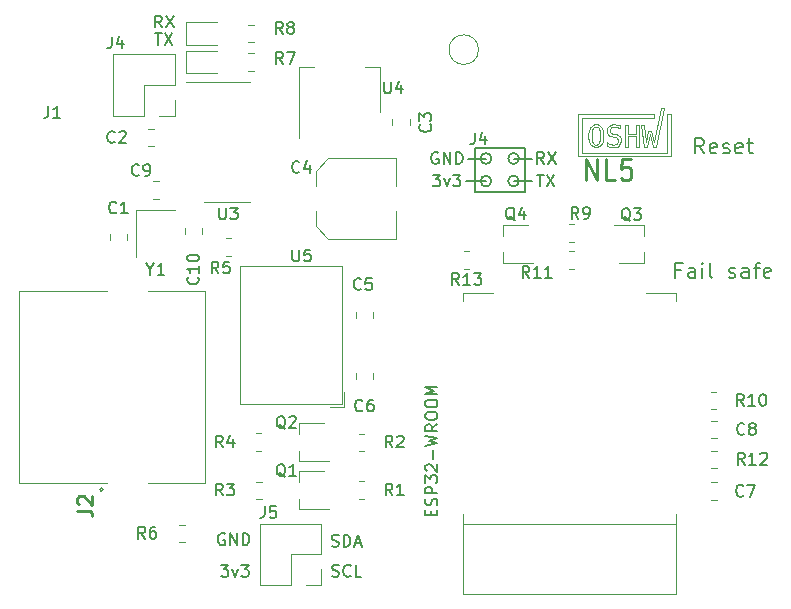
<source format=gto>
G04 #@! TF.GenerationSoftware,KiCad,Pcbnew,(6.0.8-1)-1*
G04 #@! TF.CreationDate,2022-12-08T10:34:48+01:00*
G04 #@! TF.ProjectId,ithowifi_4l,6974686f-7769-4666-995f-346c2e6b6963,rev?*
G04 #@! TF.SameCoordinates,Original*
G04 #@! TF.FileFunction,Legend,Top*
G04 #@! TF.FilePolarity,Positive*
%FSLAX46Y46*%
G04 Gerber Fmt 4.6, Leading zero omitted, Abs format (unit mm)*
G04 Created by KiCad (PCBNEW (6.0.8-1)-1) date 2022-12-08 10:34:48*
%MOMM*%
%LPD*%
G01*
G04 APERTURE LIST*
%ADD10C,0.150000*%
%ADD11C,0.120000*%
%ADD12C,0.223242*%
%ADD13C,0.254000*%
%ADD14C,0.100000*%
%ADD15C,0.200000*%
G04 APERTURE END LIST*
D10*
X90043000Y-118364000D02*
X90043000Y-118491000D01*
X91389905Y-119253000D02*
G75*
G03*
X91389905Y-119253000I-457905J0D01*
G01*
X93726000Y-121158000D02*
G75*
G03*
X93726000Y-121158000I-457905J0D01*
G01*
X93726000Y-119253000D02*
G75*
G03*
X93726000Y-119253000I-457905J0D01*
G01*
D11*
X99651693Y-116889581D02*
X99740710Y-116629383D01*
X102694384Y-116385188D02*
X102694384Y-116385188D01*
X101214941Y-118170605D02*
X101192894Y-118161511D01*
X100232672Y-116554961D02*
X100191605Y-116554961D01*
X104816910Y-117136774D02*
X104566364Y-118237000D01*
X100164321Y-116351558D02*
X100232672Y-116351558D01*
X99972500Y-117923361D02*
X100068964Y-118025621D01*
X102358713Y-117731286D02*
X102358713Y-117789401D01*
X100569740Y-117662655D02*
X100590964Y-117400273D01*
X99875487Y-117225267D02*
X99875487Y-117312897D01*
X101486960Y-117058542D02*
X101697805Y-117148356D01*
X99076500Y-115791031D02*
X105179825Y-115791031D01*
X102222285Y-118111067D02*
X102195000Y-118134232D01*
X100673372Y-118074389D02*
X100506078Y-118213327D01*
X101456917Y-118244722D02*
X101434869Y-118240048D01*
X101266477Y-117195499D02*
X101198405Y-117076982D01*
X102119211Y-117694050D02*
X102058297Y-117547187D01*
X101437902Y-117318130D02*
X101305339Y-117234919D01*
X100814205Y-117735147D02*
X100724629Y-117995040D01*
X104685389Y-116893696D02*
X104946907Y-116893696D01*
X100520683Y-116758923D02*
X100506626Y-116729967D01*
X101475667Y-117047772D02*
X101486960Y-117058542D01*
X102195000Y-118134232D02*
X102167715Y-118157346D01*
X102119211Y-117747237D02*
X102119211Y-117694050D01*
X101617602Y-117381528D02*
X101437902Y-117318130D01*
X103883917Y-118237000D02*
X103632000Y-118237000D01*
X101718750Y-118273119D02*
X101653157Y-118273119D01*
X99896153Y-116963139D02*
X99875487Y-117225267D01*
X100396385Y-118025875D02*
X100492570Y-117924733D01*
X100301023Y-118272865D02*
X100232672Y-118272865D01*
X104474569Y-117888360D02*
X104685389Y-116893696D01*
X100506078Y-116411096D02*
X100673372Y-116550034D01*
X101762296Y-116555266D02*
X101633309Y-116576196D01*
X100699006Y-116589709D02*
X100724629Y-116629383D01*
X101659766Y-118069716D02*
X101718750Y-118069716D01*
X100724629Y-116629383D02*
X100814205Y-116889581D01*
X102013928Y-117985388D02*
X102031292Y-117971062D01*
X100492570Y-116700757D02*
X100396385Y-116598548D01*
X101169460Y-116842997D02*
X101210806Y-116675713D01*
X100191605Y-116554961D02*
X100068964Y-116598548D01*
X99740710Y-117996107D02*
X99651693Y-117736519D01*
X100569740Y-116963139D02*
X100520683Y-116758923D01*
X100506078Y-118213327D02*
X100301023Y-118272865D01*
X101728671Y-117155824D02*
X101860136Y-117185593D01*
X101169460Y-116898928D02*
X101169460Y-116842997D01*
X101835605Y-116352117D02*
X101984160Y-116372793D01*
X101887421Y-118048481D02*
X101996286Y-117999459D01*
X101994081Y-118238372D02*
X101787371Y-118273119D01*
X103632000Y-117144241D02*
X103632000Y-116385188D01*
X101434321Y-116734692D02*
X101408687Y-116828926D01*
X101363490Y-116476983D02*
X101530231Y-116389353D01*
X102058297Y-117547187D02*
X102046171Y-117535046D01*
X100590964Y-117225267D02*
X100569740Y-116963139D01*
X100164046Y-118272865D02*
X99958997Y-118213327D01*
X106250029Y-118757639D02*
X99076500Y-118757639D01*
X99958444Y-117894456D02*
X99972500Y-117923361D01*
X102252053Y-116448586D02*
X102252053Y-116702993D01*
X100590964Y-117312897D02*
X100590964Y-117312897D01*
X101478694Y-118249395D02*
X101456917Y-118244722D01*
X100396385Y-116598548D02*
X100273464Y-116554961D01*
X102946301Y-118237000D02*
X102694384Y-118237000D01*
X99896153Y-117661538D02*
X99944382Y-117865246D01*
X105305504Y-118237000D02*
X105068471Y-118237000D01*
X103632000Y-118237000D02*
X103632000Y-117355061D01*
X102022747Y-116592452D02*
X102003723Y-116586153D01*
X102031292Y-117971062D02*
X102092750Y-117882873D01*
X102328944Y-117530372D02*
X102358713Y-117680842D01*
D10*
X90932000Y-119253000D02*
X89408000Y-119253000D01*
D11*
X102946301Y-117144241D02*
X103632000Y-117144241D01*
X102092750Y-117882873D02*
X102119211Y-117781172D01*
X100520683Y-117866617D02*
X100569740Y-117662655D01*
X100232672Y-118272865D02*
X100164046Y-118272865D01*
X101633309Y-116576196D02*
X101528859Y-116624456D01*
X99958997Y-118213327D02*
X99791703Y-118075253D01*
X101286046Y-117215361D02*
X101266477Y-117195499D01*
X101408687Y-116860371D02*
X101408687Y-116907209D01*
X105179825Y-115473531D02*
X98759000Y-115473531D01*
X104297073Y-116385188D02*
X104474569Y-117888360D01*
X105179825Y-115791031D02*
X105179825Y-115473531D01*
X105068471Y-118237000D02*
X104816910Y-117136774D01*
X104329281Y-118237000D02*
X104052878Y-116385188D01*
X99651693Y-117736519D02*
X99613654Y-117418714D01*
X102003997Y-116376958D02*
X102023570Y-116380819D01*
X100273464Y-116554961D02*
X100232672Y-116554961D01*
X100852788Y-117312897D02*
X100852788Y-117312897D01*
X102085033Y-117263571D02*
X102219800Y-117354807D01*
X105761079Y-115009371D02*
X106005274Y-115009371D01*
X101792059Y-116555266D02*
X101762296Y-116555266D01*
X99791703Y-118075253D02*
X99766343Y-118035832D01*
X101528859Y-116624456D02*
X101511770Y-116638477D01*
X100724629Y-117995040D02*
X100699006Y-118034715D01*
X100590964Y-117312897D02*
X100590964Y-117225267D01*
X101464364Y-117037003D02*
X101475667Y-117047772D01*
X101408687Y-116907209D02*
X101464364Y-117037003D01*
X100232672Y-116351558D02*
X100301023Y-116351558D01*
D10*
X90043000Y-118491000D02*
X90043000Y-122047000D01*
D11*
X101408687Y-116828926D02*
X101408687Y-116860371D01*
D10*
X91389905Y-121158000D02*
G75*
G03*
X91389905Y-121158000I-457905J0D01*
G01*
D11*
X101946954Y-117470276D02*
X101824033Y-117428925D01*
X106256633Y-115473531D02*
X106250029Y-118757639D01*
X101824033Y-117428925D02*
X101794264Y-117422321D01*
X102167715Y-118157346D02*
X101994081Y-118238372D01*
X106005274Y-115009371D02*
X105305504Y-118237000D01*
X103632000Y-116385188D02*
X103883917Y-116385188D01*
X101779659Y-116352117D02*
X101835605Y-116352117D01*
X100492570Y-117924733D02*
X100506626Y-117895827D01*
X102023570Y-116380819D02*
X102230280Y-116440611D01*
X103883917Y-116385188D02*
X103883917Y-118237000D01*
X104052878Y-116385188D02*
X104052878Y-116385188D01*
X100852788Y-117207081D02*
X100852788Y-117312897D01*
X102239648Y-117376550D02*
X102259490Y-117398089D01*
X102219800Y-117354807D02*
X102239648Y-117376550D01*
X99875487Y-117312897D02*
X99875487Y-117400019D01*
X101434869Y-118240048D02*
X101214941Y-118170605D01*
X106567529Y-115473531D02*
X106256633Y-115473531D01*
X101483104Y-118034461D02*
X101659766Y-118069716D01*
X101811353Y-116555266D02*
X101792059Y-116555266D01*
X101335657Y-116502079D02*
X101363490Y-116476983D01*
X100068964Y-116598548D02*
X99972500Y-116700757D01*
X101996286Y-117999459D02*
X102013928Y-117985388D01*
X99766343Y-118035832D02*
X99740710Y-117996107D01*
X100068964Y-118025621D02*
X100191605Y-118069462D01*
X100506626Y-117895827D02*
X100520683Y-117866617D01*
X101461885Y-118027552D02*
X101483104Y-118034461D01*
X99613654Y-117312897D02*
X99613654Y-117207081D01*
X101511770Y-116638477D02*
X101494407Y-116651989D01*
X101198405Y-117076982D02*
X101169460Y-116943327D01*
X102946301Y-116385188D02*
X102946301Y-117144241D01*
X101718750Y-118069716D02*
X101760914Y-118069716D01*
D10*
X94234000Y-122047000D02*
X94234000Y-118364000D01*
D11*
X101307819Y-116526869D02*
X101335657Y-116502079D01*
X98759000Y-119075139D02*
X106567529Y-119075139D01*
X100273464Y-118069462D02*
X100396385Y-118025875D01*
X99076500Y-118757639D02*
X99076500Y-115791031D01*
X101530231Y-116389353D02*
X101717094Y-116352117D01*
X99613654Y-117207081D02*
X99651693Y-116889581D01*
X100814205Y-116889581D02*
X100852788Y-117207081D01*
X101494407Y-116651989D02*
X101434321Y-116734692D01*
X101653157Y-118273119D02*
X101478694Y-118249395D01*
X98759000Y-115473531D02*
X98759000Y-115473531D01*
X102003723Y-116586153D02*
X101811353Y-116555266D01*
X102694384Y-118237000D02*
X102694384Y-116385188D01*
X101440661Y-118020389D02*
X101461885Y-118027552D01*
X101697805Y-117148356D02*
X101728671Y-117155824D01*
X99958444Y-116729967D02*
X99944382Y-116758923D01*
X102946301Y-117355061D02*
X102946301Y-118237000D01*
X101984160Y-116372793D02*
X102003997Y-116376958D01*
X102259490Y-117398089D02*
X102328944Y-117530372D01*
X99740710Y-116629383D02*
X99766343Y-116589709D01*
X99959820Y-116411096D02*
X100164321Y-116351558D01*
X99875487Y-117400019D02*
X99896153Y-117661538D01*
X104566364Y-118237000D02*
X104329281Y-118237000D01*
D10*
X94234000Y-118364000D02*
X90043000Y-118364000D01*
D11*
X101169460Y-116943327D02*
X101169460Y-116898928D01*
X101210806Y-116675713D02*
X101307819Y-116526869D01*
X102230280Y-116440611D02*
X102252053Y-116448891D01*
X100191605Y-118069462D02*
X100232672Y-118069462D01*
X101660599Y-117391180D02*
X101617602Y-117381528D01*
X102358713Y-117680842D02*
X102358713Y-117731286D01*
D10*
X93268095Y-121158000D02*
X94869000Y-121158000D01*
D11*
X99766343Y-116589709D02*
X99791977Y-116550034D01*
X101192894Y-118161511D02*
X101192894Y-117894964D01*
X101903408Y-117195499D02*
X102085033Y-117263571D01*
X102252053Y-116702993D02*
X102233029Y-116690597D01*
X103632000Y-117355061D02*
X102946301Y-117355061D01*
X99791977Y-116550034D02*
X99959820Y-116411096D01*
X100301023Y-116351558D02*
X100506078Y-116411096D01*
X98759000Y-115473531D02*
X98759000Y-119075139D01*
X100852788Y-117418460D02*
X100814205Y-117735147D01*
X99944382Y-116758923D02*
X99896153Y-116963139D01*
D10*
X90932000Y-121158000D02*
X89281000Y-121158000D01*
D11*
X102034040Y-117522651D02*
X101946954Y-117470276D01*
X102041762Y-116598548D02*
X102022747Y-116592452D01*
X101305339Y-117234919D02*
X101286046Y-117215361D01*
X102358713Y-117789401D02*
X102317646Y-117963899D01*
X101717094Y-116352117D02*
X101779659Y-116352117D01*
X101216592Y-117909848D02*
X101440661Y-118020389D01*
X102046171Y-117535046D02*
X102034040Y-117522651D01*
X101787371Y-118273119D02*
X101718750Y-118273119D01*
X104052878Y-116385188D02*
X104297073Y-116385188D01*
X102694384Y-116385188D02*
X102946301Y-116385188D01*
X106567529Y-119075139D02*
X106567529Y-115473531D01*
X104946907Y-116893696D02*
X105160267Y-117890849D01*
X100673372Y-116550034D02*
X100699006Y-116589709D01*
D10*
X93268095Y-119253000D02*
X94869000Y-119253000D01*
D11*
X102233029Y-116690597D02*
X102041762Y-116598548D01*
X99613654Y-117418714D02*
X99613654Y-117312897D01*
X100699006Y-118034715D02*
X100673372Y-118074389D01*
X102317646Y-117963899D02*
X102222285Y-118111067D01*
X101794264Y-117422321D02*
X101660599Y-117391180D01*
X100852788Y-117312897D02*
X100852788Y-117418460D01*
D10*
X90043000Y-122047000D02*
X94234000Y-122047000D01*
D11*
X102252053Y-116448891D02*
X102252053Y-116448586D01*
X101760914Y-118069716D02*
X101887421Y-118048481D01*
X101192894Y-117894964D02*
X101216592Y-117909848D01*
X99972500Y-116700757D02*
X99958444Y-116729967D01*
X105160267Y-117890849D02*
X105761079Y-115009371D01*
X101860136Y-117185593D02*
X101903408Y-117195499D01*
X99944382Y-117865246D02*
X99958444Y-117894456D01*
X100232672Y-118069462D02*
X100273464Y-118069462D01*
X102119211Y-117781172D02*
X102119211Y-117747237D01*
X100590964Y-117400273D02*
X100590964Y-117312897D01*
X100506626Y-116729967D02*
X100492570Y-116700757D01*
D10*
X77905123Y-154608161D02*
X78047980Y-154655780D01*
X78286076Y-154655780D01*
X78381314Y-154608161D01*
X78428933Y-154560542D01*
X78476552Y-154465304D01*
X78476552Y-154370066D01*
X78428933Y-154274828D01*
X78381314Y-154227209D01*
X78286076Y-154179590D01*
X78095600Y-154131971D01*
X78000361Y-154084352D01*
X77952742Y-154036733D01*
X77905123Y-153941495D01*
X77905123Y-153846257D01*
X77952742Y-153751019D01*
X78000361Y-153703400D01*
X78095600Y-153655780D01*
X78333695Y-153655780D01*
X78476552Y-153703400D01*
X79476552Y-154560542D02*
X79428933Y-154608161D01*
X79286076Y-154655780D01*
X79190838Y-154655780D01*
X79047980Y-154608161D01*
X78952742Y-154512923D01*
X78905123Y-154417685D01*
X78857504Y-154227209D01*
X78857504Y-154084352D01*
X78905123Y-153893876D01*
X78952742Y-153798638D01*
X79047980Y-153703400D01*
X79190838Y-153655780D01*
X79286076Y-153655780D01*
X79428933Y-153703400D01*
X79476552Y-153751019D01*
X80381314Y-154655780D02*
X79905123Y-154655780D01*
X79905123Y-153655780D01*
X77881314Y-152068161D02*
X78024171Y-152115780D01*
X78262266Y-152115780D01*
X78357504Y-152068161D01*
X78405123Y-152020542D01*
X78452742Y-151925304D01*
X78452742Y-151830066D01*
X78405123Y-151734828D01*
X78357504Y-151687209D01*
X78262266Y-151639590D01*
X78071790Y-151591971D01*
X77976552Y-151544352D01*
X77928933Y-151496733D01*
X77881314Y-151401495D01*
X77881314Y-151306257D01*
X77928933Y-151211019D01*
X77976552Y-151163400D01*
X78071790Y-151115780D01*
X78309885Y-151115780D01*
X78452742Y-151163400D01*
X78881314Y-152115780D02*
X78881314Y-151115780D01*
X79119409Y-151115780D01*
X79262266Y-151163400D01*
X79357504Y-151258638D01*
X79405123Y-151353876D01*
X79452742Y-151544352D01*
X79452742Y-151687209D01*
X79405123Y-151877685D01*
X79357504Y-151972923D01*
X79262266Y-152068161D01*
X79119409Y-152115780D01*
X78881314Y-152115780D01*
X79833695Y-151830066D02*
X80309885Y-151830066D01*
X79738457Y-152115780D02*
X80071790Y-151115780D01*
X80405123Y-152115780D01*
X68808695Y-151036400D02*
X68713457Y-150988780D01*
X68570600Y-150988780D01*
X68427742Y-151036400D01*
X68332504Y-151131638D01*
X68284885Y-151226876D01*
X68237266Y-151417352D01*
X68237266Y-151560209D01*
X68284885Y-151750685D01*
X68332504Y-151845923D01*
X68427742Y-151941161D01*
X68570600Y-151988780D01*
X68665838Y-151988780D01*
X68808695Y-151941161D01*
X68856314Y-151893542D01*
X68856314Y-151560209D01*
X68665838Y-151560209D01*
X69284885Y-151988780D02*
X69284885Y-150988780D01*
X69856314Y-151988780D01*
X69856314Y-150988780D01*
X70332504Y-151988780D02*
X70332504Y-150988780D01*
X70570600Y-150988780D01*
X70713457Y-151036400D01*
X70808695Y-151131638D01*
X70856314Y-151226876D01*
X70903933Y-151417352D01*
X70903933Y-151560209D01*
X70856314Y-151750685D01*
X70808695Y-151845923D01*
X70713457Y-151941161D01*
X70570600Y-151988780D01*
X70332504Y-151988780D01*
X68507123Y-153655780D02*
X69126171Y-153655780D01*
X68792838Y-154036733D01*
X68935695Y-154036733D01*
X69030933Y-154084352D01*
X69078552Y-154131971D01*
X69126171Y-154227209D01*
X69126171Y-154465304D01*
X69078552Y-154560542D01*
X69030933Y-154608161D01*
X68935695Y-154655780D01*
X68649980Y-154655780D01*
X68554742Y-154608161D01*
X68507123Y-154560542D01*
X69459504Y-153989114D02*
X69697600Y-154655780D01*
X69935695Y-153989114D01*
X70221409Y-153655780D02*
X70840457Y-153655780D01*
X70507123Y-154036733D01*
X70649980Y-154036733D01*
X70745219Y-154084352D01*
X70792838Y-154131971D01*
X70840457Y-154227209D01*
X70840457Y-154465304D01*
X70792838Y-154560542D01*
X70745219Y-154608161D01*
X70649980Y-154655780D01*
X70364266Y-154655780D01*
X70269028Y-154608161D01*
X70221409Y-154560542D01*
X86868095Y-118753000D02*
X86772857Y-118705380D01*
X86630000Y-118705380D01*
X86487142Y-118753000D01*
X86391904Y-118848238D01*
X86344285Y-118943476D01*
X86296666Y-119133952D01*
X86296666Y-119276809D01*
X86344285Y-119467285D01*
X86391904Y-119562523D01*
X86487142Y-119657761D01*
X86630000Y-119705380D01*
X86725238Y-119705380D01*
X86868095Y-119657761D01*
X86915714Y-119610142D01*
X86915714Y-119276809D01*
X86725238Y-119276809D01*
X87344285Y-119705380D02*
X87344285Y-118705380D01*
X87915714Y-119705380D01*
X87915714Y-118705380D01*
X88391904Y-119705380D02*
X88391904Y-118705380D01*
X88630000Y-118705380D01*
X88772857Y-118753000D01*
X88868095Y-118848238D01*
X88915714Y-118943476D01*
X88963333Y-119133952D01*
X88963333Y-119276809D01*
X88915714Y-119467285D01*
X88868095Y-119562523D01*
X88772857Y-119657761D01*
X88630000Y-119705380D01*
X88391904Y-119705380D01*
X86439523Y-120610380D02*
X87058571Y-120610380D01*
X86725238Y-120991333D01*
X86868095Y-120991333D01*
X86963333Y-121038952D01*
X87010952Y-121086571D01*
X87058571Y-121181809D01*
X87058571Y-121419904D01*
X87010952Y-121515142D01*
X86963333Y-121562761D01*
X86868095Y-121610380D01*
X86582380Y-121610380D01*
X86487142Y-121562761D01*
X86439523Y-121515142D01*
X87391904Y-120943714D02*
X87630000Y-121610380D01*
X87868095Y-120943714D01*
X88153809Y-120610380D02*
X88772857Y-120610380D01*
X88439523Y-120991333D01*
X88582380Y-120991333D01*
X88677619Y-121038952D01*
X88725238Y-121086571D01*
X88772857Y-121181809D01*
X88772857Y-121419904D01*
X88725238Y-121515142D01*
X88677619Y-121562761D01*
X88582380Y-121610380D01*
X88296666Y-121610380D01*
X88201428Y-121562761D01*
X88153809Y-121515142D01*
X95845333Y-119705380D02*
X95512000Y-119229190D01*
X95273904Y-119705380D02*
X95273904Y-118705380D01*
X95654857Y-118705380D01*
X95750095Y-118753000D01*
X95797714Y-118800619D01*
X95845333Y-118895857D01*
X95845333Y-119038714D01*
X95797714Y-119133952D01*
X95750095Y-119181571D01*
X95654857Y-119229190D01*
X95273904Y-119229190D01*
X96178666Y-118705380D02*
X96845333Y-119705380D01*
X96845333Y-118705380D02*
X96178666Y-119705380D01*
X95250095Y-120610380D02*
X95821523Y-120610380D01*
X95535809Y-121610380D02*
X95535809Y-120610380D01*
X96059619Y-120610380D02*
X96726285Y-121610380D01*
X96726285Y-120610380D02*
X96059619Y-121610380D01*
X89963666Y-117054380D02*
X89963666Y-117768666D01*
X89916047Y-117911523D01*
X89820809Y-118006761D01*
X89677952Y-118054380D01*
X89582714Y-118054380D01*
X90868428Y-117387714D02*
X90868428Y-118054380D01*
X90630333Y-117006761D02*
X90392238Y-117721047D01*
X91011285Y-117721047D01*
D12*
X99427132Y-121050837D02*
X99427132Y-119264897D01*
X100345616Y-121050837D01*
X100345616Y-119264897D01*
X101876421Y-121050837D02*
X101111019Y-121050837D01*
X101111019Y-119264897D01*
X103177606Y-119264897D02*
X102412203Y-119264897D01*
X102335663Y-120115344D01*
X102412203Y-120030300D01*
X102565284Y-119945255D01*
X102947985Y-119945255D01*
X103101066Y-120030300D01*
X103177606Y-120115344D01*
X103254147Y-120285434D01*
X103254147Y-120710658D01*
X103177606Y-120880747D01*
X103101066Y-120965792D01*
X102947985Y-121050837D01*
X102565284Y-121050837D01*
X102412203Y-120965792D01*
X102335663Y-120880747D01*
D10*
X86288571Y-149470380D02*
X86288571Y-149137047D01*
X86812380Y-148994190D02*
X86812380Y-149470380D01*
X85812380Y-149470380D01*
X85812380Y-148994190D01*
X86764761Y-148613238D02*
X86812380Y-148470380D01*
X86812380Y-148232285D01*
X86764761Y-148137047D01*
X86717142Y-148089428D01*
X86621904Y-148041809D01*
X86526666Y-148041809D01*
X86431428Y-148089428D01*
X86383809Y-148137047D01*
X86336190Y-148232285D01*
X86288571Y-148422761D01*
X86240952Y-148518000D01*
X86193333Y-148565619D01*
X86098095Y-148613238D01*
X86002857Y-148613238D01*
X85907619Y-148565619D01*
X85860000Y-148518000D01*
X85812380Y-148422761D01*
X85812380Y-148184666D01*
X85860000Y-148041809D01*
X86812380Y-147613238D02*
X85812380Y-147613238D01*
X85812380Y-147232285D01*
X85860000Y-147137047D01*
X85907619Y-147089428D01*
X86002857Y-147041809D01*
X86145714Y-147041809D01*
X86240952Y-147089428D01*
X86288571Y-147137047D01*
X86336190Y-147232285D01*
X86336190Y-147613238D01*
X85812380Y-146708476D02*
X85812380Y-146089428D01*
X86193333Y-146422761D01*
X86193333Y-146279904D01*
X86240952Y-146184666D01*
X86288571Y-146137047D01*
X86383809Y-146089428D01*
X86621904Y-146089428D01*
X86717142Y-146137047D01*
X86764761Y-146184666D01*
X86812380Y-146279904D01*
X86812380Y-146565619D01*
X86764761Y-146660857D01*
X86717142Y-146708476D01*
X85907619Y-145708476D02*
X85860000Y-145660857D01*
X85812380Y-145565619D01*
X85812380Y-145327523D01*
X85860000Y-145232285D01*
X85907619Y-145184666D01*
X86002857Y-145137047D01*
X86098095Y-145137047D01*
X86240952Y-145184666D01*
X86812380Y-145756095D01*
X86812380Y-145137047D01*
X86431428Y-144708476D02*
X86431428Y-143946571D01*
X85812380Y-143565619D02*
X86812380Y-143327523D01*
X86098095Y-143137047D01*
X86812380Y-142946571D01*
X85812380Y-142708476D01*
X86812380Y-141756095D02*
X86336190Y-142089428D01*
X86812380Y-142327523D02*
X85812380Y-142327523D01*
X85812380Y-141946571D01*
X85860000Y-141851333D01*
X85907619Y-141803714D01*
X86002857Y-141756095D01*
X86145714Y-141756095D01*
X86240952Y-141803714D01*
X86288571Y-141851333D01*
X86336190Y-141946571D01*
X86336190Y-142327523D01*
X85812380Y-141137047D02*
X85812380Y-140946571D01*
X85860000Y-140851333D01*
X85955238Y-140756095D01*
X86145714Y-140708476D01*
X86479047Y-140708476D01*
X86669523Y-140756095D01*
X86764761Y-140851333D01*
X86812380Y-140946571D01*
X86812380Y-141137047D01*
X86764761Y-141232285D01*
X86669523Y-141327523D01*
X86479047Y-141375142D01*
X86145714Y-141375142D01*
X85955238Y-141327523D01*
X85860000Y-141232285D01*
X85812380Y-141137047D01*
X85812380Y-140089428D02*
X85812380Y-139898952D01*
X85860000Y-139803714D01*
X85955238Y-139708476D01*
X86145714Y-139660857D01*
X86479047Y-139660857D01*
X86669523Y-139708476D01*
X86764761Y-139803714D01*
X86812380Y-139898952D01*
X86812380Y-140089428D01*
X86764761Y-140184666D01*
X86669523Y-140279904D01*
X86479047Y-140327523D01*
X86145714Y-140327523D01*
X85955238Y-140279904D01*
X85860000Y-140184666D01*
X85812380Y-140089428D01*
X86812380Y-139232285D02*
X85812380Y-139232285D01*
X86526666Y-138898952D01*
X85812380Y-138565619D01*
X86812380Y-138565619D01*
X112751142Y-140186380D02*
X112417809Y-139710190D01*
X112179714Y-140186380D02*
X112179714Y-139186380D01*
X112560666Y-139186380D01*
X112655904Y-139234000D01*
X112703523Y-139281619D01*
X112751142Y-139376857D01*
X112751142Y-139519714D01*
X112703523Y-139614952D01*
X112655904Y-139662571D01*
X112560666Y-139710190D01*
X112179714Y-139710190D01*
X113703523Y-140186380D02*
X113132095Y-140186380D01*
X113417809Y-140186380D02*
X113417809Y-139186380D01*
X113322571Y-139329238D01*
X113227333Y-139424476D01*
X113132095Y-139472095D01*
X114322571Y-139186380D02*
X114417809Y-139186380D01*
X114513047Y-139234000D01*
X114560666Y-139281619D01*
X114608285Y-139376857D01*
X114655904Y-139567333D01*
X114655904Y-139805428D01*
X114608285Y-139995904D01*
X114560666Y-140091142D01*
X114513047Y-140138761D01*
X114417809Y-140186380D01*
X114322571Y-140186380D01*
X114227333Y-140138761D01*
X114179714Y-140091142D01*
X114132095Y-139995904D01*
X114084476Y-139805428D01*
X114084476Y-139567333D01*
X114132095Y-139376857D01*
X114179714Y-139281619D01*
X114227333Y-139234000D01*
X114322571Y-139186380D01*
X72183666Y-148677380D02*
X72183666Y-149391666D01*
X72136047Y-149534523D01*
X72040809Y-149629761D01*
X71897952Y-149677380D01*
X71802714Y-149677380D01*
X73136047Y-148677380D02*
X72659857Y-148677380D01*
X72612238Y-149153571D01*
X72659857Y-149105952D01*
X72755095Y-149058333D01*
X72993190Y-149058333D01*
X73088428Y-149105952D01*
X73136047Y-149153571D01*
X73183666Y-149248809D01*
X73183666Y-149486904D01*
X73136047Y-149582142D01*
X73088428Y-149629761D01*
X72993190Y-149677380D01*
X72755095Y-149677380D01*
X72659857Y-149629761D01*
X72612238Y-149582142D01*
X80351333Y-130278142D02*
X80303714Y-130325761D01*
X80160857Y-130373380D01*
X80065619Y-130373380D01*
X79922761Y-130325761D01*
X79827523Y-130230523D01*
X79779904Y-130135285D01*
X79732285Y-129944809D01*
X79732285Y-129801952D01*
X79779904Y-129611476D01*
X79827523Y-129516238D01*
X79922761Y-129421000D01*
X80065619Y-129373380D01*
X80160857Y-129373380D01*
X80303714Y-129421000D01*
X80351333Y-129468619D01*
X81256095Y-129373380D02*
X80779904Y-129373380D01*
X80732285Y-129849571D01*
X80779904Y-129801952D01*
X80875142Y-129754333D01*
X81113238Y-129754333D01*
X81208476Y-129801952D01*
X81256095Y-129849571D01*
X81303714Y-129944809D01*
X81303714Y-130182904D01*
X81256095Y-130278142D01*
X81208476Y-130325761D01*
X81113238Y-130373380D01*
X80875142Y-130373380D01*
X80779904Y-130325761D01*
X80732285Y-130278142D01*
X112831642Y-145168880D02*
X112498309Y-144692690D01*
X112260214Y-145168880D02*
X112260214Y-144168880D01*
X112641166Y-144168880D01*
X112736404Y-144216500D01*
X112784023Y-144264119D01*
X112831642Y-144359357D01*
X112831642Y-144502214D01*
X112784023Y-144597452D01*
X112736404Y-144645071D01*
X112641166Y-144692690D01*
X112260214Y-144692690D01*
X113784023Y-145168880D02*
X113212595Y-145168880D01*
X113498309Y-145168880D02*
X113498309Y-144168880D01*
X113403071Y-144311738D01*
X113307833Y-144406976D01*
X113212595Y-144454595D01*
X114164976Y-144264119D02*
X114212595Y-144216500D01*
X114307833Y-144168880D01*
X114545928Y-144168880D01*
X114641166Y-144216500D01*
X114688785Y-144264119D01*
X114736404Y-144359357D01*
X114736404Y-144454595D01*
X114688785Y-144597452D01*
X114117357Y-145168880D01*
X114736404Y-145168880D01*
X88644642Y-129957380D02*
X88311309Y-129481190D01*
X88073214Y-129957380D02*
X88073214Y-128957380D01*
X88454166Y-128957380D01*
X88549404Y-129005000D01*
X88597023Y-129052619D01*
X88644642Y-129147857D01*
X88644642Y-129290714D01*
X88597023Y-129385952D01*
X88549404Y-129433571D01*
X88454166Y-129481190D01*
X88073214Y-129481190D01*
X89597023Y-129957380D02*
X89025595Y-129957380D01*
X89311309Y-129957380D02*
X89311309Y-128957380D01*
X89216071Y-129100238D01*
X89120833Y-129195476D01*
X89025595Y-129243095D01*
X89930357Y-128957380D02*
X90549404Y-128957380D01*
X90216071Y-129338333D01*
X90358928Y-129338333D01*
X90454166Y-129385952D01*
X90501785Y-129433571D01*
X90549404Y-129528809D01*
X90549404Y-129766904D01*
X90501785Y-129862142D01*
X90454166Y-129909761D01*
X90358928Y-129957380D01*
X90073214Y-129957380D01*
X89977976Y-129909761D01*
X89930357Y-129862142D01*
X53870266Y-114793780D02*
X53870266Y-115508066D01*
X53822647Y-115650923D01*
X53727409Y-115746161D01*
X53584552Y-115793780D01*
X53489314Y-115793780D01*
X54870266Y-115793780D02*
X54298838Y-115793780D01*
X54584552Y-115793780D02*
X54584552Y-114793780D01*
X54489314Y-114936638D01*
X54394076Y-115031876D01*
X54298838Y-115079495D01*
X112719333Y-147774642D02*
X112671714Y-147822261D01*
X112528857Y-147869880D01*
X112433619Y-147869880D01*
X112290761Y-147822261D01*
X112195523Y-147727023D01*
X112147904Y-147631785D01*
X112100285Y-147441309D01*
X112100285Y-147298452D01*
X112147904Y-147107976D01*
X112195523Y-147012738D01*
X112290761Y-146917500D01*
X112433619Y-146869880D01*
X112528857Y-146869880D01*
X112671714Y-146917500D01*
X112719333Y-146965119D01*
X113052666Y-146869880D02*
X113719333Y-146869880D01*
X113290761Y-147869880D01*
X73945761Y-142152619D02*
X73850523Y-142105000D01*
X73755285Y-142009761D01*
X73612428Y-141866904D01*
X73517190Y-141819285D01*
X73421952Y-141819285D01*
X73469571Y-142057380D02*
X73374333Y-142009761D01*
X73279095Y-141914523D01*
X73231476Y-141724047D01*
X73231476Y-141390714D01*
X73279095Y-141200238D01*
X73374333Y-141105000D01*
X73469571Y-141057380D01*
X73660047Y-141057380D01*
X73755285Y-141105000D01*
X73850523Y-141200238D01*
X73898142Y-141390714D01*
X73898142Y-141724047D01*
X73850523Y-141914523D01*
X73755285Y-142009761D01*
X73660047Y-142057380D01*
X73469571Y-142057380D01*
X74279095Y-141152619D02*
X74326714Y-141105000D01*
X74421952Y-141057380D01*
X74660047Y-141057380D01*
X74755285Y-141105000D01*
X74802904Y-141152619D01*
X74850523Y-141247857D01*
X74850523Y-141343095D01*
X74802904Y-141485952D01*
X74231476Y-142057380D01*
X74850523Y-142057380D01*
X73945761Y-146216619D02*
X73850523Y-146169000D01*
X73755285Y-146073761D01*
X73612428Y-145930904D01*
X73517190Y-145883285D01*
X73421952Y-145883285D01*
X73469571Y-146121380D02*
X73374333Y-146073761D01*
X73279095Y-145978523D01*
X73231476Y-145788047D01*
X73231476Y-145454714D01*
X73279095Y-145264238D01*
X73374333Y-145169000D01*
X73469571Y-145121380D01*
X73660047Y-145121380D01*
X73755285Y-145169000D01*
X73850523Y-145264238D01*
X73898142Y-145454714D01*
X73898142Y-145788047D01*
X73850523Y-145978523D01*
X73755285Y-146073761D01*
X73660047Y-146121380D01*
X73469571Y-146121380D01*
X74850523Y-146121380D02*
X74279095Y-146121380D01*
X74564809Y-146121380D02*
X74564809Y-145121380D01*
X74469571Y-145264238D01*
X74374333Y-145359476D01*
X74279095Y-145407095D01*
X83018333Y-147772380D02*
X82685000Y-147296190D01*
X82446904Y-147772380D02*
X82446904Y-146772380D01*
X82827857Y-146772380D01*
X82923095Y-146820000D01*
X82970714Y-146867619D01*
X83018333Y-146962857D01*
X83018333Y-147105714D01*
X82970714Y-147200952D01*
X82923095Y-147248571D01*
X82827857Y-147296190D01*
X82446904Y-147296190D01*
X83970714Y-147772380D02*
X83399285Y-147772380D01*
X83685000Y-147772380D02*
X83685000Y-146772380D01*
X83589761Y-146915238D01*
X83494523Y-147010476D01*
X83399285Y-147058095D01*
X83018333Y-143708380D02*
X82685000Y-143232190D01*
X82446904Y-143708380D02*
X82446904Y-142708380D01*
X82827857Y-142708380D01*
X82923095Y-142756000D01*
X82970714Y-142803619D01*
X83018333Y-142898857D01*
X83018333Y-143041714D01*
X82970714Y-143136952D01*
X82923095Y-143184571D01*
X82827857Y-143232190D01*
X82446904Y-143232190D01*
X83399285Y-142803619D02*
X83446904Y-142756000D01*
X83542142Y-142708380D01*
X83780238Y-142708380D01*
X83875476Y-142756000D01*
X83923095Y-142803619D01*
X83970714Y-142898857D01*
X83970714Y-142994095D01*
X83923095Y-143136952D01*
X83351666Y-143708380D01*
X83970714Y-143708380D01*
X68667333Y-147772380D02*
X68334000Y-147296190D01*
X68095904Y-147772380D02*
X68095904Y-146772380D01*
X68476857Y-146772380D01*
X68572095Y-146820000D01*
X68619714Y-146867619D01*
X68667333Y-146962857D01*
X68667333Y-147105714D01*
X68619714Y-147200952D01*
X68572095Y-147248571D01*
X68476857Y-147296190D01*
X68095904Y-147296190D01*
X69000666Y-146772380D02*
X69619714Y-146772380D01*
X69286380Y-147153333D01*
X69429238Y-147153333D01*
X69524476Y-147200952D01*
X69572095Y-147248571D01*
X69619714Y-147343809D01*
X69619714Y-147581904D01*
X69572095Y-147677142D01*
X69524476Y-147724761D01*
X69429238Y-147772380D01*
X69143523Y-147772380D01*
X69048285Y-147724761D01*
X69000666Y-147677142D01*
X68286333Y-128976380D02*
X67953000Y-128500190D01*
X67714904Y-128976380D02*
X67714904Y-127976380D01*
X68095857Y-127976380D01*
X68191095Y-128024000D01*
X68238714Y-128071619D01*
X68286333Y-128166857D01*
X68286333Y-128309714D01*
X68238714Y-128404952D01*
X68191095Y-128452571D01*
X68095857Y-128500190D01*
X67714904Y-128500190D01*
X69191095Y-127976380D02*
X68714904Y-127976380D01*
X68667285Y-128452571D01*
X68714904Y-128404952D01*
X68810142Y-128357333D01*
X69048238Y-128357333D01*
X69143476Y-128404952D01*
X69191095Y-128452571D01*
X69238714Y-128547809D01*
X69238714Y-128785904D01*
X69191095Y-128881142D01*
X69143476Y-128928761D01*
X69048238Y-128976380D01*
X68810142Y-128976380D01*
X68714904Y-128928761D01*
X68667285Y-128881142D01*
X82296095Y-112736380D02*
X82296095Y-113545904D01*
X82343714Y-113641142D01*
X82391333Y-113688761D01*
X82486571Y-113736380D01*
X82677047Y-113736380D01*
X82772285Y-113688761D01*
X82819904Y-113641142D01*
X82867523Y-113545904D01*
X82867523Y-112736380D01*
X83772285Y-113069714D02*
X83772285Y-113736380D01*
X83534190Y-112688761D02*
X83296095Y-113403047D01*
X83915142Y-113403047D01*
X62079633Y-151429980D02*
X61746300Y-150953790D01*
X61508204Y-151429980D02*
X61508204Y-150429980D01*
X61889157Y-150429980D01*
X61984395Y-150477600D01*
X62032014Y-150525219D01*
X62079633Y-150620457D01*
X62079633Y-150763314D01*
X62032014Y-150858552D01*
X61984395Y-150906171D01*
X61889157Y-150953790D01*
X61508204Y-150953790D01*
X62936776Y-150429980D02*
X62746300Y-150429980D01*
X62651061Y-150477600D01*
X62603442Y-150525219D01*
X62508204Y-150668076D01*
X62460585Y-150858552D01*
X62460585Y-151239504D01*
X62508204Y-151334742D01*
X62555823Y-151382361D01*
X62651061Y-151429980D01*
X62841538Y-151429980D01*
X62936776Y-151382361D01*
X62984395Y-151334742D01*
X63032014Y-151239504D01*
X63032014Y-151001409D01*
X62984395Y-150906171D01*
X62936776Y-150858552D01*
X62841538Y-150810933D01*
X62651061Y-150810933D01*
X62555823Y-150858552D01*
X62508204Y-150906171D01*
X62460585Y-151001409D01*
X74549095Y-126960380D02*
X74549095Y-127769904D01*
X74596714Y-127865142D01*
X74644333Y-127912761D01*
X74739571Y-127960380D01*
X74930047Y-127960380D01*
X75025285Y-127912761D01*
X75072904Y-127865142D01*
X75120523Y-127769904D01*
X75120523Y-126960380D01*
X76072904Y-126960380D02*
X75596714Y-126960380D01*
X75549095Y-127436571D01*
X75596714Y-127388952D01*
X75691952Y-127341333D01*
X75930047Y-127341333D01*
X76025285Y-127388952D01*
X76072904Y-127436571D01*
X76120523Y-127531809D01*
X76120523Y-127769904D01*
X76072904Y-127865142D01*
X76025285Y-127912761D01*
X75930047Y-127960380D01*
X75691952Y-127960380D01*
X75596714Y-127912761D01*
X75549095Y-127865142D01*
D13*
X56327523Y-149076833D02*
X57234666Y-149076833D01*
X57416095Y-149137309D01*
X57537047Y-149258261D01*
X57597523Y-149439690D01*
X57597523Y-149560642D01*
X56448476Y-148532547D02*
X56388000Y-148472071D01*
X56327523Y-148351119D01*
X56327523Y-148048738D01*
X56388000Y-147927785D01*
X56448476Y-147867309D01*
X56569428Y-147806833D01*
X56690380Y-147806833D01*
X56871809Y-147867309D01*
X57597523Y-148593023D01*
X57597523Y-147806833D01*
D10*
X68667333Y-143708380D02*
X68334000Y-143232190D01*
X68095904Y-143708380D02*
X68095904Y-142708380D01*
X68476857Y-142708380D01*
X68572095Y-142756000D01*
X68619714Y-142803619D01*
X68667333Y-142898857D01*
X68667333Y-143041714D01*
X68619714Y-143136952D01*
X68572095Y-143184571D01*
X68476857Y-143232190D01*
X68095904Y-143232190D01*
X69524476Y-143041714D02*
X69524476Y-143708380D01*
X69286380Y-142660761D02*
X69048285Y-143375047D01*
X69667333Y-143375047D01*
X80478333Y-140565142D02*
X80430714Y-140612761D01*
X80287857Y-140660380D01*
X80192619Y-140660380D01*
X80049761Y-140612761D01*
X79954523Y-140517523D01*
X79906904Y-140422285D01*
X79859285Y-140231809D01*
X79859285Y-140088952D01*
X79906904Y-139898476D01*
X79954523Y-139803238D01*
X80049761Y-139708000D01*
X80192619Y-139660380D01*
X80287857Y-139660380D01*
X80430714Y-139708000D01*
X80478333Y-139755619D01*
X81335476Y-139660380D02*
X81145000Y-139660380D01*
X81049761Y-139708000D01*
X81002142Y-139755619D01*
X80906904Y-139898476D01*
X80859285Y-140088952D01*
X80859285Y-140469904D01*
X80906904Y-140565142D01*
X80954523Y-140612761D01*
X81049761Y-140660380D01*
X81240238Y-140660380D01*
X81335476Y-140612761D01*
X81383095Y-140565142D01*
X81430714Y-140469904D01*
X81430714Y-140231809D01*
X81383095Y-140136571D01*
X81335476Y-140088952D01*
X81240238Y-140041333D01*
X81049761Y-140041333D01*
X80954523Y-140088952D01*
X80906904Y-140136571D01*
X80859285Y-140231809D01*
X86209142Y-116371666D02*
X86256761Y-116419285D01*
X86304380Y-116562142D01*
X86304380Y-116657380D01*
X86256761Y-116800238D01*
X86161523Y-116895476D01*
X86066285Y-116943095D01*
X85875809Y-116990714D01*
X85732952Y-116990714D01*
X85542476Y-116943095D01*
X85447238Y-116895476D01*
X85352000Y-116800238D01*
X85304380Y-116657380D01*
X85304380Y-116562142D01*
X85352000Y-116419285D01*
X85399619Y-116371666D01*
X85304380Y-116038333D02*
X85304380Y-115419285D01*
X85685333Y-115752619D01*
X85685333Y-115609761D01*
X85732952Y-115514523D01*
X85780571Y-115466904D01*
X85875809Y-115419285D01*
X86113904Y-115419285D01*
X86209142Y-115466904D01*
X86256761Y-115514523D01*
X86304380Y-115609761D01*
X86304380Y-115895476D01*
X86256761Y-115990714D01*
X86209142Y-116038333D01*
X94607142Y-129357380D02*
X94273809Y-128881190D01*
X94035714Y-129357380D02*
X94035714Y-128357380D01*
X94416666Y-128357380D01*
X94511904Y-128405000D01*
X94559523Y-128452619D01*
X94607142Y-128547857D01*
X94607142Y-128690714D01*
X94559523Y-128785952D01*
X94511904Y-128833571D01*
X94416666Y-128881190D01*
X94035714Y-128881190D01*
X95559523Y-129357380D02*
X94988095Y-129357380D01*
X95273809Y-129357380D02*
X95273809Y-128357380D01*
X95178571Y-128500238D01*
X95083333Y-128595476D01*
X94988095Y-128643095D01*
X96511904Y-129357380D02*
X95940476Y-129357380D01*
X96226190Y-129357380D02*
X96226190Y-128357380D01*
X96130952Y-128500238D01*
X96035714Y-128595476D01*
X95940476Y-128643095D01*
X93376761Y-124499619D02*
X93281523Y-124452000D01*
X93186285Y-124356761D01*
X93043428Y-124213904D01*
X92948190Y-124166285D01*
X92852952Y-124166285D01*
X92900571Y-124404380D02*
X92805333Y-124356761D01*
X92710095Y-124261523D01*
X92662476Y-124071047D01*
X92662476Y-123737714D01*
X92710095Y-123547238D01*
X92805333Y-123452000D01*
X92900571Y-123404380D01*
X93091047Y-123404380D01*
X93186285Y-123452000D01*
X93281523Y-123547238D01*
X93329142Y-123737714D01*
X93329142Y-124071047D01*
X93281523Y-124261523D01*
X93186285Y-124356761D01*
X93091047Y-124404380D01*
X92900571Y-124404380D01*
X94186285Y-123737714D02*
X94186285Y-124404380D01*
X93948190Y-123356761D02*
X93710095Y-124071047D01*
X94329142Y-124071047D01*
X103154761Y-124539619D02*
X103059523Y-124492000D01*
X102964285Y-124396761D01*
X102821428Y-124253904D01*
X102726190Y-124206285D01*
X102630952Y-124206285D01*
X102678571Y-124444380D02*
X102583333Y-124396761D01*
X102488095Y-124301523D01*
X102440476Y-124111047D01*
X102440476Y-123777714D01*
X102488095Y-123587238D01*
X102583333Y-123492000D01*
X102678571Y-123444380D01*
X102869047Y-123444380D01*
X102964285Y-123492000D01*
X103059523Y-123587238D01*
X103107142Y-123777714D01*
X103107142Y-124111047D01*
X103059523Y-124301523D01*
X102964285Y-124396761D01*
X102869047Y-124444380D01*
X102678571Y-124444380D01*
X103440476Y-123444380D02*
X104059523Y-123444380D01*
X103726190Y-123825333D01*
X103869047Y-123825333D01*
X103964285Y-123872952D01*
X104011904Y-123920571D01*
X104059523Y-124015809D01*
X104059523Y-124253904D01*
X104011904Y-124349142D01*
X103964285Y-124396761D01*
X103869047Y-124444380D01*
X103583333Y-124444380D01*
X103488095Y-124396761D01*
X103440476Y-124349142D01*
X75144333Y-120372142D02*
X75096714Y-120419761D01*
X74953857Y-120467380D01*
X74858619Y-120467380D01*
X74715761Y-120419761D01*
X74620523Y-120324523D01*
X74572904Y-120229285D01*
X74525285Y-120038809D01*
X74525285Y-119895952D01*
X74572904Y-119705476D01*
X74620523Y-119610238D01*
X74715761Y-119515000D01*
X74858619Y-119467380D01*
X74953857Y-119467380D01*
X75096714Y-119515000D01*
X75144333Y-119562619D01*
X76001476Y-119800714D02*
X76001476Y-120467380D01*
X75763380Y-119419761D02*
X75525285Y-120134047D01*
X76144333Y-120134047D01*
X98766333Y-124371380D02*
X98433000Y-123895190D01*
X98194904Y-124371380D02*
X98194904Y-123371380D01*
X98575857Y-123371380D01*
X98671095Y-123419000D01*
X98718714Y-123466619D01*
X98766333Y-123561857D01*
X98766333Y-123704714D01*
X98718714Y-123799952D01*
X98671095Y-123847571D01*
X98575857Y-123895190D01*
X98194904Y-123895190D01*
X99242523Y-124371380D02*
X99433000Y-124371380D01*
X99528238Y-124323761D01*
X99575857Y-124276142D01*
X99671095Y-124133285D01*
X99718714Y-123942809D01*
X99718714Y-123561857D01*
X99671095Y-123466619D01*
X99623476Y-123419000D01*
X99528238Y-123371380D01*
X99337761Y-123371380D01*
X99242523Y-123419000D01*
X99194904Y-123466619D01*
X99147285Y-123561857D01*
X99147285Y-123799952D01*
X99194904Y-123895190D01*
X99242523Y-123942809D01*
X99337761Y-123990428D01*
X99528238Y-123990428D01*
X99623476Y-123942809D01*
X99671095Y-123895190D01*
X99718714Y-123799952D01*
X112815033Y-142546342D02*
X112767414Y-142593961D01*
X112624557Y-142641580D01*
X112529319Y-142641580D01*
X112386461Y-142593961D01*
X112291223Y-142498723D01*
X112243604Y-142403485D01*
X112195985Y-142213009D01*
X112195985Y-142070152D01*
X112243604Y-141879676D01*
X112291223Y-141784438D01*
X112386461Y-141689200D01*
X112529319Y-141641580D01*
X112624557Y-141641580D01*
X112767414Y-141689200D01*
X112815033Y-141736819D01*
X113386461Y-142070152D02*
X113291223Y-142022533D01*
X113243604Y-141974914D01*
X113195985Y-141879676D01*
X113195985Y-141832057D01*
X113243604Y-141736819D01*
X113291223Y-141689200D01*
X113386461Y-141641580D01*
X113576938Y-141641580D01*
X113672176Y-141689200D01*
X113719795Y-141736819D01*
X113767414Y-141832057D01*
X113767414Y-141879676D01*
X113719795Y-141974914D01*
X113672176Y-142022533D01*
X113576938Y-142070152D01*
X113386461Y-142070152D01*
X113291223Y-142117771D01*
X113243604Y-142165390D01*
X113195985Y-142260628D01*
X113195985Y-142451104D01*
X113243604Y-142546342D01*
X113291223Y-142593961D01*
X113386461Y-142641580D01*
X113576938Y-142641580D01*
X113672176Y-142593961D01*
X113719795Y-142546342D01*
X113767414Y-142451104D01*
X113767414Y-142260628D01*
X113719795Y-142165390D01*
X113672176Y-142117771D01*
X113576938Y-142070152D01*
X107407523Y-128685153D02*
X106974190Y-128685153D01*
X106974190Y-129366106D02*
X106974190Y-128066106D01*
X107593238Y-128066106D01*
X108645619Y-129366106D02*
X108645619Y-128685153D01*
X108583714Y-128561344D01*
X108459904Y-128499439D01*
X108212285Y-128499439D01*
X108088476Y-128561344D01*
X108645619Y-129304201D02*
X108521809Y-129366106D01*
X108212285Y-129366106D01*
X108088476Y-129304201D01*
X108026571Y-129180391D01*
X108026571Y-129056582D01*
X108088476Y-128932772D01*
X108212285Y-128870868D01*
X108521809Y-128870868D01*
X108645619Y-128808963D01*
X109264666Y-129366106D02*
X109264666Y-128499439D01*
X109264666Y-128066106D02*
X109202761Y-128128011D01*
X109264666Y-128189915D01*
X109326571Y-128128011D01*
X109264666Y-128066106D01*
X109264666Y-128189915D01*
X110069428Y-129366106D02*
X109945619Y-129304201D01*
X109883714Y-129180391D01*
X109883714Y-128066106D01*
X111493238Y-129304201D02*
X111617047Y-129366106D01*
X111864666Y-129366106D01*
X111988476Y-129304201D01*
X112050380Y-129180391D01*
X112050380Y-129118487D01*
X111988476Y-128994677D01*
X111864666Y-128932772D01*
X111678952Y-128932772D01*
X111555142Y-128870868D01*
X111493238Y-128747058D01*
X111493238Y-128685153D01*
X111555142Y-128561344D01*
X111678952Y-128499439D01*
X111864666Y-128499439D01*
X111988476Y-128561344D01*
X113164666Y-129366106D02*
X113164666Y-128685153D01*
X113102761Y-128561344D01*
X112978952Y-128499439D01*
X112731333Y-128499439D01*
X112607523Y-128561344D01*
X113164666Y-129304201D02*
X113040857Y-129366106D01*
X112731333Y-129366106D01*
X112607523Y-129304201D01*
X112545619Y-129180391D01*
X112545619Y-129056582D01*
X112607523Y-128932772D01*
X112731333Y-128870868D01*
X113040857Y-128870868D01*
X113164666Y-128808963D01*
X113598000Y-128499439D02*
X114093238Y-128499439D01*
X113783714Y-129366106D02*
X113783714Y-128251820D01*
X113845619Y-128128011D01*
X113969428Y-128066106D01*
X114093238Y-128066106D01*
X115021809Y-129304201D02*
X114898000Y-129366106D01*
X114650380Y-129366106D01*
X114526571Y-129304201D01*
X114464666Y-129180391D01*
X114464666Y-128685153D01*
X114526571Y-128561344D01*
X114650380Y-128499439D01*
X114898000Y-128499439D01*
X115021809Y-128561344D01*
X115083714Y-128685153D01*
X115083714Y-128808963D01*
X114464666Y-128932772D01*
X61555333Y-120626142D02*
X61507714Y-120673761D01*
X61364857Y-120721380D01*
X61269619Y-120721380D01*
X61126761Y-120673761D01*
X61031523Y-120578523D01*
X60983904Y-120483285D01*
X60936285Y-120292809D01*
X60936285Y-120149952D01*
X60983904Y-119959476D01*
X61031523Y-119864238D01*
X61126761Y-119769000D01*
X61269619Y-119721380D01*
X61364857Y-119721380D01*
X61507714Y-119769000D01*
X61555333Y-119816619D01*
X62031523Y-120721380D02*
X62222000Y-120721380D01*
X62317238Y-120673761D01*
X62364857Y-120626142D01*
X62460095Y-120483285D01*
X62507714Y-120292809D01*
X62507714Y-119911857D01*
X62460095Y-119816619D01*
X62412476Y-119769000D01*
X62317238Y-119721380D01*
X62126761Y-119721380D01*
X62031523Y-119769000D01*
X61983904Y-119816619D01*
X61936285Y-119911857D01*
X61936285Y-120149952D01*
X61983904Y-120245190D01*
X62031523Y-120292809D01*
X62126761Y-120340428D01*
X62317238Y-120340428D01*
X62412476Y-120292809D01*
X62460095Y-120245190D01*
X62507714Y-120149952D01*
X66524142Y-129293857D02*
X66571761Y-129341476D01*
X66619380Y-129484333D01*
X66619380Y-129579571D01*
X66571761Y-129722428D01*
X66476523Y-129817666D01*
X66381285Y-129865285D01*
X66190809Y-129912904D01*
X66047952Y-129912904D01*
X65857476Y-129865285D01*
X65762238Y-129817666D01*
X65667000Y-129722428D01*
X65619380Y-129579571D01*
X65619380Y-129484333D01*
X65667000Y-129341476D01*
X65714619Y-129293857D01*
X66619380Y-128341476D02*
X66619380Y-128912904D01*
X66619380Y-128627190D02*
X65619380Y-128627190D01*
X65762238Y-128722428D01*
X65857476Y-128817666D01*
X65905095Y-128912904D01*
X65619380Y-127722428D02*
X65619380Y-127627190D01*
X65667000Y-127531952D01*
X65714619Y-127484333D01*
X65809857Y-127436714D01*
X66000333Y-127389095D01*
X66238428Y-127389095D01*
X66428904Y-127436714D01*
X66524142Y-127484333D01*
X66571761Y-127531952D01*
X66619380Y-127627190D01*
X66619380Y-127722428D01*
X66571761Y-127817666D01*
X66524142Y-127865285D01*
X66428904Y-127912904D01*
X66238428Y-127960523D01*
X66000333Y-127960523D01*
X65809857Y-127912904D01*
X65714619Y-127865285D01*
X65667000Y-127817666D01*
X65619380Y-127722428D01*
X59229666Y-108926380D02*
X59229666Y-109640666D01*
X59182047Y-109783523D01*
X59086809Y-109878761D01*
X58943952Y-109926380D01*
X58848714Y-109926380D01*
X60134428Y-109259714D02*
X60134428Y-109926380D01*
X59896333Y-108878761D02*
X59658238Y-109593047D01*
X60277285Y-109593047D01*
X59495333Y-117832142D02*
X59447714Y-117879761D01*
X59304857Y-117927380D01*
X59209619Y-117927380D01*
X59066761Y-117879761D01*
X58971523Y-117784523D01*
X58923904Y-117689285D01*
X58876285Y-117498809D01*
X58876285Y-117355952D01*
X58923904Y-117165476D01*
X58971523Y-117070238D01*
X59066761Y-116975000D01*
X59209619Y-116927380D01*
X59304857Y-116927380D01*
X59447714Y-116975000D01*
X59495333Y-117022619D01*
X59876285Y-117022619D02*
X59923904Y-116975000D01*
X60019142Y-116927380D01*
X60257238Y-116927380D01*
X60352476Y-116975000D01*
X60400095Y-117022619D01*
X60447714Y-117117857D01*
X60447714Y-117213095D01*
X60400095Y-117355952D01*
X59828666Y-117927380D01*
X60447714Y-117927380D01*
X63506833Y-108148380D02*
X63173500Y-107672190D01*
X62935404Y-108148380D02*
X62935404Y-107148380D01*
X63316357Y-107148380D01*
X63411595Y-107196000D01*
X63459214Y-107243619D01*
X63506833Y-107338857D01*
X63506833Y-107481714D01*
X63459214Y-107576952D01*
X63411595Y-107624571D01*
X63316357Y-107672190D01*
X62935404Y-107672190D01*
X63840166Y-107148380D02*
X64506833Y-108148380D01*
X64506833Y-107148380D02*
X63840166Y-108148380D01*
X73730333Y-111230380D02*
X73397000Y-110754190D01*
X73158904Y-111230380D02*
X73158904Y-110230380D01*
X73539857Y-110230380D01*
X73635095Y-110278000D01*
X73682714Y-110325619D01*
X73730333Y-110420857D01*
X73730333Y-110563714D01*
X73682714Y-110658952D01*
X73635095Y-110706571D01*
X73539857Y-110754190D01*
X73158904Y-110754190D01*
X74063666Y-110230380D02*
X74730333Y-110230380D01*
X74301761Y-111230380D01*
X73730333Y-108690380D02*
X73397000Y-108214190D01*
X73158904Y-108690380D02*
X73158904Y-107690380D01*
X73539857Y-107690380D01*
X73635095Y-107738000D01*
X73682714Y-107785619D01*
X73730333Y-107880857D01*
X73730333Y-108023714D01*
X73682714Y-108118952D01*
X73635095Y-108166571D01*
X73539857Y-108214190D01*
X73158904Y-108214190D01*
X74301761Y-108118952D02*
X74206523Y-108071333D01*
X74158904Y-108023714D01*
X74111285Y-107928476D01*
X74111285Y-107880857D01*
X74158904Y-107785619D01*
X74206523Y-107738000D01*
X74301761Y-107690380D01*
X74492238Y-107690380D01*
X74587476Y-107738000D01*
X74635095Y-107785619D01*
X74682714Y-107880857D01*
X74682714Y-107928476D01*
X74635095Y-108023714D01*
X74587476Y-108071333D01*
X74492238Y-108118952D01*
X74301761Y-108118952D01*
X74206523Y-108166571D01*
X74158904Y-108214190D01*
X74111285Y-108309428D01*
X74111285Y-108499904D01*
X74158904Y-108595142D01*
X74206523Y-108642761D01*
X74301761Y-108690380D01*
X74492238Y-108690380D01*
X74587476Y-108642761D01*
X74635095Y-108595142D01*
X74682714Y-108499904D01*
X74682714Y-108309428D01*
X74635095Y-108214190D01*
X74587476Y-108166571D01*
X74492238Y-108118952D01*
X68326095Y-123404380D02*
X68326095Y-124213904D01*
X68373714Y-124309142D01*
X68421333Y-124356761D01*
X68516571Y-124404380D01*
X68707047Y-124404380D01*
X68802285Y-124356761D01*
X68849904Y-124309142D01*
X68897523Y-124213904D01*
X68897523Y-123404380D01*
X69278476Y-123404380D02*
X69897523Y-123404380D01*
X69564190Y-123785333D01*
X69707047Y-123785333D01*
X69802285Y-123832952D01*
X69849904Y-123880571D01*
X69897523Y-123975809D01*
X69897523Y-124213904D01*
X69849904Y-124309142D01*
X69802285Y-124356761D01*
X69707047Y-124404380D01*
X69421333Y-124404380D01*
X69326095Y-124356761D01*
X69278476Y-124309142D01*
X62515809Y-128627190D02*
X62515809Y-129103380D01*
X62182476Y-128103380D02*
X62515809Y-128627190D01*
X62849142Y-128103380D01*
X63706285Y-129103380D02*
X63134857Y-129103380D01*
X63420571Y-129103380D02*
X63420571Y-128103380D01*
X63325333Y-128246238D01*
X63230095Y-128341476D01*
X63134857Y-128389095D01*
X62911595Y-108642880D02*
X63483023Y-108642880D01*
X63197309Y-109642880D02*
X63197309Y-108642880D01*
X63721119Y-108642880D02*
X64387785Y-109642880D01*
X64387785Y-108642880D02*
X63721119Y-109642880D01*
X59650333Y-123801142D02*
X59602714Y-123848761D01*
X59459857Y-123896380D01*
X59364619Y-123896380D01*
X59221761Y-123848761D01*
X59126523Y-123753523D01*
X59078904Y-123658285D01*
X59031285Y-123467809D01*
X59031285Y-123324952D01*
X59078904Y-123134476D01*
X59126523Y-123039238D01*
X59221761Y-122944000D01*
X59364619Y-122896380D01*
X59459857Y-122896380D01*
X59602714Y-122944000D01*
X59650333Y-122991619D01*
X60602714Y-123896380D02*
X60031285Y-123896380D01*
X60317000Y-123896380D02*
X60317000Y-122896380D01*
X60221761Y-123039238D01*
X60126523Y-123134476D01*
X60031285Y-123182095D01*
X109388469Y-118825095D02*
X108955135Y-118206047D01*
X108645612Y-118825095D02*
X108645612Y-117525095D01*
X109140850Y-117525095D01*
X109264659Y-117587000D01*
X109326564Y-117648904D01*
X109388469Y-117772714D01*
X109388469Y-117958428D01*
X109326564Y-118082238D01*
X109264659Y-118144142D01*
X109140850Y-118206047D01*
X108645612Y-118206047D01*
X110440850Y-118763190D02*
X110317040Y-118825095D01*
X110069421Y-118825095D01*
X109945612Y-118763190D01*
X109883707Y-118639380D01*
X109883707Y-118144142D01*
X109945612Y-118020333D01*
X110069421Y-117958428D01*
X110317040Y-117958428D01*
X110440850Y-118020333D01*
X110502754Y-118144142D01*
X110502754Y-118267952D01*
X109883707Y-118391761D01*
X110997993Y-118763190D02*
X111121802Y-118825095D01*
X111369421Y-118825095D01*
X111493231Y-118763190D01*
X111555135Y-118639380D01*
X111555135Y-118577476D01*
X111493231Y-118453666D01*
X111369421Y-118391761D01*
X111183707Y-118391761D01*
X111059897Y-118329857D01*
X110997993Y-118206047D01*
X110997993Y-118144142D01*
X111059897Y-118020333D01*
X111183707Y-117958428D01*
X111369421Y-117958428D01*
X111493231Y-118020333D01*
X112607516Y-118763190D02*
X112483707Y-118825095D01*
X112236088Y-118825095D01*
X112112278Y-118763190D01*
X112050373Y-118639380D01*
X112050373Y-118144142D01*
X112112278Y-118020333D01*
X112236088Y-117958428D01*
X112483707Y-117958428D01*
X112607516Y-118020333D01*
X112669421Y-118144142D01*
X112669421Y-118267952D01*
X112050373Y-118391761D01*
X113040850Y-117958428D02*
X113536088Y-117958428D01*
X113226564Y-117525095D02*
X113226564Y-118639380D01*
X113288469Y-118763190D01*
X113412278Y-118825095D01*
X113536088Y-118825095D01*
D11*
X106993200Y-156105406D02*
X106993200Y-149355406D01*
X106243200Y-130605406D02*
X104493200Y-130605406D01*
X88993200Y-131355406D02*
X88993200Y-130605406D01*
X88993200Y-150165406D02*
X106993200Y-150165406D01*
X106993200Y-131355406D02*
X106993200Y-130605406D01*
X88993200Y-156105406D02*
X88993200Y-149355406D01*
X106993200Y-130605406D02*
X106243200Y-130605406D01*
X88993200Y-130605406D02*
X89743200Y-130605406D01*
X89743200Y-130605406D02*
X91493200Y-130605406D01*
X106993200Y-156105406D02*
X88993200Y-156105406D01*
X110446064Y-140469000D02*
X109991936Y-140469000D01*
X110446064Y-138999000D02*
X109991936Y-138999000D01*
X76996600Y-154025600D02*
X76996600Y-155355600D01*
X74396600Y-155355600D02*
X71796600Y-155355600D01*
X71796600Y-155355600D02*
X71796600Y-150155600D01*
X76996600Y-152755600D02*
X74396600Y-152755600D01*
X76996600Y-155355600D02*
X75666600Y-155355600D01*
X74396600Y-152755600D02*
X74396600Y-155355600D01*
X76996600Y-152755600D02*
X76996600Y-150155600D01*
X76996600Y-150155600D02*
X71796600Y-150155600D01*
X81380000Y-132260748D02*
X81380000Y-132783252D01*
X79910000Y-132260748D02*
X79910000Y-132783252D01*
X110015436Y-145489600D02*
X110469564Y-145489600D01*
X110015436Y-144019600D02*
X110469564Y-144019600D01*
X89514564Y-128590000D02*
X89060436Y-128590000D01*
X89514564Y-127120000D02*
X89060436Y-127120000D01*
X110493252Y-148147500D02*
X109970748Y-148147500D01*
X110493252Y-146677500D02*
X109970748Y-146677500D01*
X77213202Y-141674092D02*
X75063202Y-141674092D01*
X75063202Y-144894092D02*
X75063202Y-143984092D01*
X77638202Y-144894092D02*
X75063202Y-144894092D01*
X75063202Y-142584092D02*
X75063202Y-141674092D01*
X75063200Y-146646600D02*
X75063200Y-145736600D01*
X77213200Y-145736600D02*
X75063200Y-145736600D01*
X75063200Y-148956600D02*
X75063200Y-148046600D01*
X77638200Y-148956600D02*
X75063200Y-148956600D01*
X80161636Y-146585000D02*
X80615764Y-146585000D01*
X80161636Y-148055000D02*
X80615764Y-148055000D01*
X80161636Y-142584500D02*
X80615764Y-142584500D01*
X80161636Y-144054500D02*
X80615764Y-144054500D01*
X71935264Y-148107000D02*
X71481136Y-148107000D01*
X71935264Y-146637000D02*
X71481136Y-146637000D01*
X69338564Y-127481000D02*
X68884436Y-127481000D01*
X69338564Y-126011000D02*
X68884436Y-126011000D01*
X75101400Y-111539500D02*
X76361400Y-111539500D01*
X81921400Y-111539500D02*
X80661400Y-111539500D01*
X81921400Y-115299500D02*
X81921400Y-111539500D01*
X75101400Y-117549500D02*
X75101400Y-111539500D01*
X65417864Y-150242600D02*
X64963736Y-150242600D01*
X65417864Y-151712600D02*
X64963736Y-151712600D01*
X77714900Y-140297000D02*
X78954900Y-140297000D01*
X70094900Y-140057000D02*
X78714900Y-140057000D01*
X78714900Y-140057000D02*
X78714900Y-128336000D01*
X78954900Y-140297000D02*
X78954900Y-139057000D01*
X70094900Y-140057000D02*
X70094900Y-128336000D01*
X70094900Y-128336000D02*
X78714900Y-128336000D01*
D14*
X51432500Y-146736500D02*
X58832500Y-146736500D01*
D15*
X58372500Y-147376500D02*
X58372500Y-147376500D01*
X58372500Y-147176500D02*
X58372500Y-147176500D01*
D14*
X67182500Y-130456500D02*
X67182500Y-146736500D01*
X62332500Y-130456500D02*
X67182500Y-130456500D01*
X51432500Y-130476500D02*
X51432500Y-146736500D01*
X67182500Y-146736500D02*
X62332500Y-146736500D01*
X58832500Y-130476500D02*
X51432500Y-130476500D01*
D15*
X58372500Y-147176500D02*
G75*
G03*
X58372500Y-147376500I0J-100000D01*
G01*
X58372500Y-147376500D02*
G75*
G03*
X58372500Y-147176500I0J100000D01*
G01*
D11*
X71882764Y-143978500D02*
X71428636Y-143978500D01*
X71882764Y-142508500D02*
X71428636Y-142508500D01*
X81405400Y-137371148D02*
X81405400Y-137893652D01*
X79935400Y-137371148D02*
X79935400Y-137893652D01*
X83008800Y-115882748D02*
X83008800Y-116405252D01*
X84478800Y-115882748D02*
X84478800Y-116405252D01*
X98404564Y-127120000D02*
X97950436Y-127120000D01*
X98404564Y-128590000D02*
X97950436Y-128590000D01*
X92380000Y-125792000D02*
X92380000Y-124882000D01*
X94955000Y-128102000D02*
X92380000Y-128102000D01*
X94530000Y-124882000D02*
X92380000Y-124882000D01*
X92380000Y-128102000D02*
X92380000Y-127192000D01*
X104325000Y-124882000D02*
X104325000Y-125792000D01*
X101750000Y-124882000D02*
X104325000Y-124882000D01*
X102175000Y-128102000D02*
X104325000Y-128102000D01*
X104325000Y-127192000D02*
X104325000Y-128102000D01*
X76523800Y-120285637D02*
X77588237Y-119221200D01*
X76523800Y-120285637D02*
X76523800Y-121571200D01*
X76523800Y-124976763D02*
X76523800Y-123691200D01*
X77588237Y-119221200D02*
X83343800Y-119221200D01*
X83343800Y-126041200D02*
X83343800Y-123691200D01*
X83343800Y-119221200D02*
X83343800Y-121571200D01*
X77588237Y-126041200D02*
X83343800Y-126041200D01*
X76523800Y-124976763D02*
X77588237Y-126041200D01*
X97950436Y-126304000D02*
X98404564Y-126304000D01*
X97950436Y-124834000D02*
X98404564Y-124834000D01*
X109989948Y-141454200D02*
X110512452Y-141454200D01*
X109989948Y-142924200D02*
X110512452Y-142924200D01*
X63253252Y-122655000D02*
X62730748Y-122655000D01*
X63253252Y-121185000D02*
X62730748Y-121185000D01*
X65432000Y-125148748D02*
X65432000Y-125671252D01*
X66902000Y-125148748D02*
X66902000Y-125671252D01*
X64576000Y-114300000D02*
X64576000Y-115630000D01*
X59376000Y-115630000D02*
X59376000Y-110430000D01*
X64576000Y-115630000D02*
X63246000Y-115630000D01*
X64576000Y-110430000D02*
X59376000Y-110430000D01*
X64576000Y-113030000D02*
X61976000Y-113030000D01*
X61976000Y-113030000D02*
X61976000Y-115630000D01*
X64576000Y-113030000D02*
X64576000Y-110430000D01*
X61976000Y-115630000D02*
X59376000Y-115630000D01*
X62811252Y-116740000D02*
X62288748Y-116740000D01*
X62811252Y-118210000D02*
X62288748Y-118210000D01*
X65514500Y-109626000D02*
X68199500Y-109626000D01*
X68199500Y-107706000D02*
X65514500Y-107706000D01*
X65514500Y-107706000D02*
X65514500Y-109626000D01*
X71276564Y-111827000D02*
X70822436Y-111827000D01*
X71276564Y-110357000D02*
X70822436Y-110357000D01*
X71276564Y-107931000D02*
X70822436Y-107931000D01*
X71276564Y-109401000D02*
X70822436Y-109401000D01*
X69013400Y-112799600D02*
X70963400Y-112799600D01*
X69013400Y-122919600D02*
X67063400Y-122919600D01*
X69013400Y-112799600D02*
X65563400Y-112799600D01*
X69013400Y-122919600D02*
X70963400Y-122919600D01*
X64642000Y-123603000D02*
X61342000Y-123603000D01*
X61342000Y-123603000D02*
X61342000Y-127603000D01*
X90303400Y-110032800D02*
G75*
G03*
X90303400Y-110032800I-1251000J0D01*
G01*
X65514500Y-110132000D02*
X65514500Y-112052000D01*
X68199500Y-110132000D02*
X65514500Y-110132000D01*
X65514500Y-112052000D02*
X68199500Y-112052000D01*
X60552000Y-126179252D02*
X60552000Y-125656748D01*
X59082000Y-126179252D02*
X59082000Y-125656748D01*
M02*

</source>
